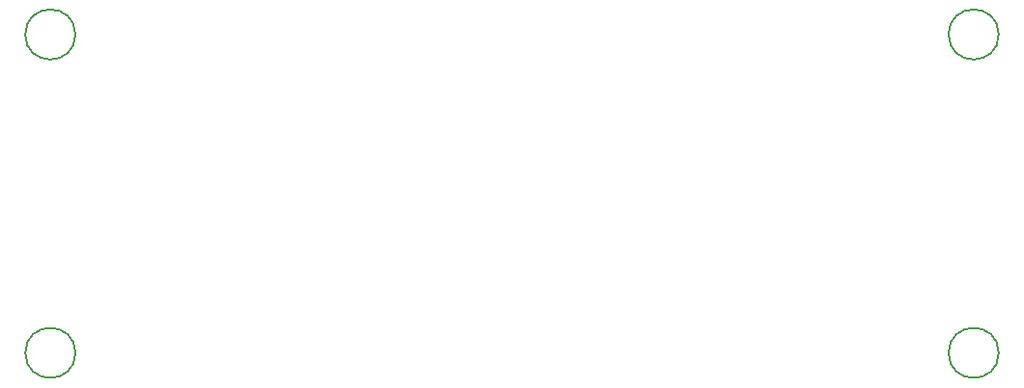
<source format=gbr>
%TF.GenerationSoftware,KiCad,Pcbnew,7.0.9*%
%TF.CreationDate,2024-01-21T19:27:48-06:00*%
%TF.ProjectId,Tei,5465692e-6b69-4636-9164-5f7063625858,1*%
%TF.SameCoordinates,Original*%
%TF.FileFunction,Other,Comment*%
%FSLAX46Y46*%
G04 Gerber Fmt 4.6, Leading zero omitted, Abs format (unit mm)*
G04 Created by KiCad (PCBNEW 7.0.9) date 2024-01-21 19:27:48*
%MOMM*%
%LPD*%
G01*
G04 APERTURE LIST*
%ADD10C,0.150000*%
G04 APERTURE END LIST*
D10*
%TO.C,H4*%
X85200000Y3500000D02*
G75*
G03*
X85200000Y3500000I-2200000J0D01*
G01*
%TO.C,H3*%
X4200000Y3500000D02*
G75*
G03*
X4200000Y3500000I-2200000J0D01*
G01*
%TO.C,H1*%
X4200000Y31500000D02*
G75*
G03*
X4200000Y31500000I-2200000J0D01*
G01*
%TO.C,H2*%
X85200000Y31500000D02*
G75*
G03*
X85200000Y31500000I-2200000J0D01*
G01*
%TD*%
M02*

</source>
